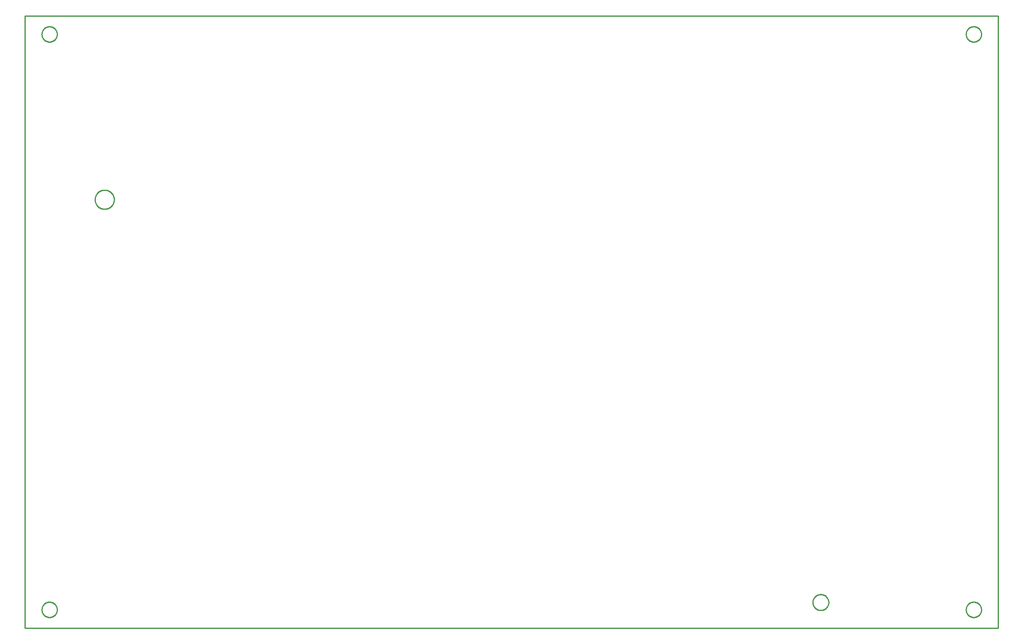
<source format=gko>
G04 EAGLE Gerber RS-274X export*
G75*
%MOMM*%
%FSLAX34Y34*%
%LPD*%
%INBoard Outline*%
%IPPOS*%
%AMOC8*
5,1,8,0,0,1.08239X$1,22.5*%
G01*
%ADD10C,0.000000*%
%ADD11C,0.254000*%


D10*
X-12700Y0D02*
X2006600Y0D01*
X2006600Y1270000D01*
X-12700Y1270000D01*
X-12700Y0D01*
X22225Y38100D02*
X22230Y38490D01*
X22244Y38879D01*
X22268Y39268D01*
X22301Y39656D01*
X22344Y40043D01*
X22397Y40429D01*
X22459Y40814D01*
X22530Y41197D01*
X22611Y41578D01*
X22701Y41957D01*
X22800Y42334D01*
X22909Y42708D01*
X23026Y43080D01*
X23153Y43448D01*
X23289Y43813D01*
X23433Y44175D01*
X23587Y44533D01*
X23749Y44887D01*
X23920Y45238D01*
X24099Y45583D01*
X24287Y45925D01*
X24484Y46261D01*
X24688Y46593D01*
X24900Y46920D01*
X25121Y47241D01*
X25349Y47557D01*
X25585Y47867D01*
X25828Y48171D01*
X26079Y48469D01*
X26337Y48761D01*
X26603Y49046D01*
X26875Y49325D01*
X27154Y49597D01*
X27439Y49863D01*
X27731Y50121D01*
X28029Y50372D01*
X28333Y50615D01*
X28643Y50851D01*
X28959Y51079D01*
X29280Y51300D01*
X29607Y51512D01*
X29939Y51716D01*
X30275Y51913D01*
X30617Y52101D01*
X30962Y52280D01*
X31313Y52451D01*
X31667Y52613D01*
X32025Y52767D01*
X32387Y52911D01*
X32752Y53047D01*
X33120Y53174D01*
X33492Y53291D01*
X33866Y53400D01*
X34243Y53499D01*
X34622Y53589D01*
X35003Y53670D01*
X35386Y53741D01*
X35771Y53803D01*
X36157Y53856D01*
X36544Y53899D01*
X36932Y53932D01*
X37321Y53956D01*
X37710Y53970D01*
X38100Y53975D01*
X38490Y53970D01*
X38879Y53956D01*
X39268Y53932D01*
X39656Y53899D01*
X40043Y53856D01*
X40429Y53803D01*
X40814Y53741D01*
X41197Y53670D01*
X41578Y53589D01*
X41957Y53499D01*
X42334Y53400D01*
X42708Y53291D01*
X43080Y53174D01*
X43448Y53047D01*
X43813Y52911D01*
X44175Y52767D01*
X44533Y52613D01*
X44887Y52451D01*
X45238Y52280D01*
X45583Y52101D01*
X45925Y51913D01*
X46261Y51716D01*
X46593Y51512D01*
X46920Y51300D01*
X47241Y51079D01*
X47557Y50851D01*
X47867Y50615D01*
X48171Y50372D01*
X48469Y50121D01*
X48761Y49863D01*
X49046Y49597D01*
X49325Y49325D01*
X49597Y49046D01*
X49863Y48761D01*
X50121Y48469D01*
X50372Y48171D01*
X50615Y47867D01*
X50851Y47557D01*
X51079Y47241D01*
X51300Y46920D01*
X51512Y46593D01*
X51716Y46261D01*
X51913Y45925D01*
X52101Y45583D01*
X52280Y45238D01*
X52451Y44887D01*
X52613Y44533D01*
X52767Y44175D01*
X52911Y43813D01*
X53047Y43448D01*
X53174Y43080D01*
X53291Y42708D01*
X53400Y42334D01*
X53499Y41957D01*
X53589Y41578D01*
X53670Y41197D01*
X53741Y40814D01*
X53803Y40429D01*
X53856Y40043D01*
X53899Y39656D01*
X53932Y39268D01*
X53956Y38879D01*
X53970Y38490D01*
X53975Y38100D01*
X53970Y37710D01*
X53956Y37321D01*
X53932Y36932D01*
X53899Y36544D01*
X53856Y36157D01*
X53803Y35771D01*
X53741Y35386D01*
X53670Y35003D01*
X53589Y34622D01*
X53499Y34243D01*
X53400Y33866D01*
X53291Y33492D01*
X53174Y33120D01*
X53047Y32752D01*
X52911Y32387D01*
X52767Y32025D01*
X52613Y31667D01*
X52451Y31313D01*
X52280Y30962D01*
X52101Y30617D01*
X51913Y30275D01*
X51716Y29939D01*
X51512Y29607D01*
X51300Y29280D01*
X51079Y28959D01*
X50851Y28643D01*
X50615Y28333D01*
X50372Y28029D01*
X50121Y27731D01*
X49863Y27439D01*
X49597Y27154D01*
X49325Y26875D01*
X49046Y26603D01*
X48761Y26337D01*
X48469Y26079D01*
X48171Y25828D01*
X47867Y25585D01*
X47557Y25349D01*
X47241Y25121D01*
X46920Y24900D01*
X46593Y24688D01*
X46261Y24484D01*
X45925Y24287D01*
X45583Y24099D01*
X45238Y23920D01*
X44887Y23749D01*
X44533Y23587D01*
X44175Y23433D01*
X43813Y23289D01*
X43448Y23153D01*
X43080Y23026D01*
X42708Y22909D01*
X42334Y22800D01*
X41957Y22701D01*
X41578Y22611D01*
X41197Y22530D01*
X40814Y22459D01*
X40429Y22397D01*
X40043Y22344D01*
X39656Y22301D01*
X39268Y22268D01*
X38879Y22244D01*
X38490Y22230D01*
X38100Y22225D01*
X37710Y22230D01*
X37321Y22244D01*
X36932Y22268D01*
X36544Y22301D01*
X36157Y22344D01*
X35771Y22397D01*
X35386Y22459D01*
X35003Y22530D01*
X34622Y22611D01*
X34243Y22701D01*
X33866Y22800D01*
X33492Y22909D01*
X33120Y23026D01*
X32752Y23153D01*
X32387Y23289D01*
X32025Y23433D01*
X31667Y23587D01*
X31313Y23749D01*
X30962Y23920D01*
X30617Y24099D01*
X30275Y24287D01*
X29939Y24484D01*
X29607Y24688D01*
X29280Y24900D01*
X28959Y25121D01*
X28643Y25349D01*
X28333Y25585D01*
X28029Y25828D01*
X27731Y26079D01*
X27439Y26337D01*
X27154Y26603D01*
X26875Y26875D01*
X26603Y27154D01*
X26337Y27439D01*
X26079Y27731D01*
X25828Y28029D01*
X25585Y28333D01*
X25349Y28643D01*
X25121Y28959D01*
X24900Y29280D01*
X24688Y29607D01*
X24484Y29939D01*
X24287Y30275D01*
X24099Y30617D01*
X23920Y30962D01*
X23749Y31313D01*
X23587Y31667D01*
X23433Y32025D01*
X23289Y32387D01*
X23153Y32752D01*
X23026Y33120D01*
X22909Y33492D01*
X22800Y33866D01*
X22701Y34243D01*
X22611Y34622D01*
X22530Y35003D01*
X22459Y35386D01*
X22397Y35771D01*
X22344Y36157D01*
X22301Y36544D01*
X22268Y36932D01*
X22244Y37321D01*
X22230Y37710D01*
X22225Y38100D01*
X22225Y1231900D02*
X22230Y1232290D01*
X22244Y1232679D01*
X22268Y1233068D01*
X22301Y1233456D01*
X22344Y1233843D01*
X22397Y1234229D01*
X22459Y1234614D01*
X22530Y1234997D01*
X22611Y1235378D01*
X22701Y1235757D01*
X22800Y1236134D01*
X22909Y1236508D01*
X23026Y1236880D01*
X23153Y1237248D01*
X23289Y1237613D01*
X23433Y1237975D01*
X23587Y1238333D01*
X23749Y1238687D01*
X23920Y1239038D01*
X24099Y1239383D01*
X24287Y1239725D01*
X24484Y1240061D01*
X24688Y1240393D01*
X24900Y1240720D01*
X25121Y1241041D01*
X25349Y1241357D01*
X25585Y1241667D01*
X25828Y1241971D01*
X26079Y1242269D01*
X26337Y1242561D01*
X26603Y1242846D01*
X26875Y1243125D01*
X27154Y1243397D01*
X27439Y1243663D01*
X27731Y1243921D01*
X28029Y1244172D01*
X28333Y1244415D01*
X28643Y1244651D01*
X28959Y1244879D01*
X29280Y1245100D01*
X29607Y1245312D01*
X29939Y1245516D01*
X30275Y1245713D01*
X30617Y1245901D01*
X30962Y1246080D01*
X31313Y1246251D01*
X31667Y1246413D01*
X32025Y1246567D01*
X32387Y1246711D01*
X32752Y1246847D01*
X33120Y1246974D01*
X33492Y1247091D01*
X33866Y1247200D01*
X34243Y1247299D01*
X34622Y1247389D01*
X35003Y1247470D01*
X35386Y1247541D01*
X35771Y1247603D01*
X36157Y1247656D01*
X36544Y1247699D01*
X36932Y1247732D01*
X37321Y1247756D01*
X37710Y1247770D01*
X38100Y1247775D01*
X38490Y1247770D01*
X38879Y1247756D01*
X39268Y1247732D01*
X39656Y1247699D01*
X40043Y1247656D01*
X40429Y1247603D01*
X40814Y1247541D01*
X41197Y1247470D01*
X41578Y1247389D01*
X41957Y1247299D01*
X42334Y1247200D01*
X42708Y1247091D01*
X43080Y1246974D01*
X43448Y1246847D01*
X43813Y1246711D01*
X44175Y1246567D01*
X44533Y1246413D01*
X44887Y1246251D01*
X45238Y1246080D01*
X45583Y1245901D01*
X45925Y1245713D01*
X46261Y1245516D01*
X46593Y1245312D01*
X46920Y1245100D01*
X47241Y1244879D01*
X47557Y1244651D01*
X47867Y1244415D01*
X48171Y1244172D01*
X48469Y1243921D01*
X48761Y1243663D01*
X49046Y1243397D01*
X49325Y1243125D01*
X49597Y1242846D01*
X49863Y1242561D01*
X50121Y1242269D01*
X50372Y1241971D01*
X50615Y1241667D01*
X50851Y1241357D01*
X51079Y1241041D01*
X51300Y1240720D01*
X51512Y1240393D01*
X51716Y1240061D01*
X51913Y1239725D01*
X52101Y1239383D01*
X52280Y1239038D01*
X52451Y1238687D01*
X52613Y1238333D01*
X52767Y1237975D01*
X52911Y1237613D01*
X53047Y1237248D01*
X53174Y1236880D01*
X53291Y1236508D01*
X53400Y1236134D01*
X53499Y1235757D01*
X53589Y1235378D01*
X53670Y1234997D01*
X53741Y1234614D01*
X53803Y1234229D01*
X53856Y1233843D01*
X53899Y1233456D01*
X53932Y1233068D01*
X53956Y1232679D01*
X53970Y1232290D01*
X53975Y1231900D01*
X53970Y1231510D01*
X53956Y1231121D01*
X53932Y1230732D01*
X53899Y1230344D01*
X53856Y1229957D01*
X53803Y1229571D01*
X53741Y1229186D01*
X53670Y1228803D01*
X53589Y1228422D01*
X53499Y1228043D01*
X53400Y1227666D01*
X53291Y1227292D01*
X53174Y1226920D01*
X53047Y1226552D01*
X52911Y1226187D01*
X52767Y1225825D01*
X52613Y1225467D01*
X52451Y1225113D01*
X52280Y1224762D01*
X52101Y1224417D01*
X51913Y1224075D01*
X51716Y1223739D01*
X51512Y1223407D01*
X51300Y1223080D01*
X51079Y1222759D01*
X50851Y1222443D01*
X50615Y1222133D01*
X50372Y1221829D01*
X50121Y1221531D01*
X49863Y1221239D01*
X49597Y1220954D01*
X49325Y1220675D01*
X49046Y1220403D01*
X48761Y1220137D01*
X48469Y1219879D01*
X48171Y1219628D01*
X47867Y1219385D01*
X47557Y1219149D01*
X47241Y1218921D01*
X46920Y1218700D01*
X46593Y1218488D01*
X46261Y1218284D01*
X45925Y1218087D01*
X45583Y1217899D01*
X45238Y1217720D01*
X44887Y1217549D01*
X44533Y1217387D01*
X44175Y1217233D01*
X43813Y1217089D01*
X43448Y1216953D01*
X43080Y1216826D01*
X42708Y1216709D01*
X42334Y1216600D01*
X41957Y1216501D01*
X41578Y1216411D01*
X41197Y1216330D01*
X40814Y1216259D01*
X40429Y1216197D01*
X40043Y1216144D01*
X39656Y1216101D01*
X39268Y1216068D01*
X38879Y1216044D01*
X38490Y1216030D01*
X38100Y1216025D01*
X37710Y1216030D01*
X37321Y1216044D01*
X36932Y1216068D01*
X36544Y1216101D01*
X36157Y1216144D01*
X35771Y1216197D01*
X35386Y1216259D01*
X35003Y1216330D01*
X34622Y1216411D01*
X34243Y1216501D01*
X33866Y1216600D01*
X33492Y1216709D01*
X33120Y1216826D01*
X32752Y1216953D01*
X32387Y1217089D01*
X32025Y1217233D01*
X31667Y1217387D01*
X31313Y1217549D01*
X30962Y1217720D01*
X30617Y1217899D01*
X30275Y1218087D01*
X29939Y1218284D01*
X29607Y1218488D01*
X29280Y1218700D01*
X28959Y1218921D01*
X28643Y1219149D01*
X28333Y1219385D01*
X28029Y1219628D01*
X27731Y1219879D01*
X27439Y1220137D01*
X27154Y1220403D01*
X26875Y1220675D01*
X26603Y1220954D01*
X26337Y1221239D01*
X26079Y1221531D01*
X25828Y1221829D01*
X25585Y1222133D01*
X25349Y1222443D01*
X25121Y1222759D01*
X24900Y1223080D01*
X24688Y1223407D01*
X24484Y1223739D01*
X24287Y1224075D01*
X24099Y1224417D01*
X23920Y1224762D01*
X23749Y1225113D01*
X23587Y1225467D01*
X23433Y1225825D01*
X23289Y1226187D01*
X23153Y1226552D01*
X23026Y1226920D01*
X22909Y1227292D01*
X22800Y1227666D01*
X22701Y1228043D01*
X22611Y1228422D01*
X22530Y1228803D01*
X22459Y1229186D01*
X22397Y1229571D01*
X22344Y1229957D01*
X22301Y1230344D01*
X22268Y1230732D01*
X22244Y1231121D01*
X22230Y1231510D01*
X22225Y1231900D01*
X1939925Y1231900D02*
X1939930Y1232290D01*
X1939944Y1232679D01*
X1939968Y1233068D01*
X1940001Y1233456D01*
X1940044Y1233843D01*
X1940097Y1234229D01*
X1940159Y1234614D01*
X1940230Y1234997D01*
X1940311Y1235378D01*
X1940401Y1235757D01*
X1940500Y1236134D01*
X1940609Y1236508D01*
X1940726Y1236880D01*
X1940853Y1237248D01*
X1940989Y1237613D01*
X1941133Y1237975D01*
X1941287Y1238333D01*
X1941449Y1238687D01*
X1941620Y1239038D01*
X1941799Y1239383D01*
X1941987Y1239725D01*
X1942184Y1240061D01*
X1942388Y1240393D01*
X1942600Y1240720D01*
X1942821Y1241041D01*
X1943049Y1241357D01*
X1943285Y1241667D01*
X1943528Y1241971D01*
X1943779Y1242269D01*
X1944037Y1242561D01*
X1944303Y1242846D01*
X1944575Y1243125D01*
X1944854Y1243397D01*
X1945139Y1243663D01*
X1945431Y1243921D01*
X1945729Y1244172D01*
X1946033Y1244415D01*
X1946343Y1244651D01*
X1946659Y1244879D01*
X1946980Y1245100D01*
X1947307Y1245312D01*
X1947639Y1245516D01*
X1947975Y1245713D01*
X1948317Y1245901D01*
X1948662Y1246080D01*
X1949013Y1246251D01*
X1949367Y1246413D01*
X1949725Y1246567D01*
X1950087Y1246711D01*
X1950452Y1246847D01*
X1950820Y1246974D01*
X1951192Y1247091D01*
X1951566Y1247200D01*
X1951943Y1247299D01*
X1952322Y1247389D01*
X1952703Y1247470D01*
X1953086Y1247541D01*
X1953471Y1247603D01*
X1953857Y1247656D01*
X1954244Y1247699D01*
X1954632Y1247732D01*
X1955021Y1247756D01*
X1955410Y1247770D01*
X1955800Y1247775D01*
X1956190Y1247770D01*
X1956579Y1247756D01*
X1956968Y1247732D01*
X1957356Y1247699D01*
X1957743Y1247656D01*
X1958129Y1247603D01*
X1958514Y1247541D01*
X1958897Y1247470D01*
X1959278Y1247389D01*
X1959657Y1247299D01*
X1960034Y1247200D01*
X1960408Y1247091D01*
X1960780Y1246974D01*
X1961148Y1246847D01*
X1961513Y1246711D01*
X1961875Y1246567D01*
X1962233Y1246413D01*
X1962587Y1246251D01*
X1962938Y1246080D01*
X1963283Y1245901D01*
X1963625Y1245713D01*
X1963961Y1245516D01*
X1964293Y1245312D01*
X1964620Y1245100D01*
X1964941Y1244879D01*
X1965257Y1244651D01*
X1965567Y1244415D01*
X1965871Y1244172D01*
X1966169Y1243921D01*
X1966461Y1243663D01*
X1966746Y1243397D01*
X1967025Y1243125D01*
X1967297Y1242846D01*
X1967563Y1242561D01*
X1967821Y1242269D01*
X1968072Y1241971D01*
X1968315Y1241667D01*
X1968551Y1241357D01*
X1968779Y1241041D01*
X1969000Y1240720D01*
X1969212Y1240393D01*
X1969416Y1240061D01*
X1969613Y1239725D01*
X1969801Y1239383D01*
X1969980Y1239038D01*
X1970151Y1238687D01*
X1970313Y1238333D01*
X1970467Y1237975D01*
X1970611Y1237613D01*
X1970747Y1237248D01*
X1970874Y1236880D01*
X1970991Y1236508D01*
X1971100Y1236134D01*
X1971199Y1235757D01*
X1971289Y1235378D01*
X1971370Y1234997D01*
X1971441Y1234614D01*
X1971503Y1234229D01*
X1971556Y1233843D01*
X1971599Y1233456D01*
X1971632Y1233068D01*
X1971656Y1232679D01*
X1971670Y1232290D01*
X1971675Y1231900D01*
X1971670Y1231510D01*
X1971656Y1231121D01*
X1971632Y1230732D01*
X1971599Y1230344D01*
X1971556Y1229957D01*
X1971503Y1229571D01*
X1971441Y1229186D01*
X1971370Y1228803D01*
X1971289Y1228422D01*
X1971199Y1228043D01*
X1971100Y1227666D01*
X1970991Y1227292D01*
X1970874Y1226920D01*
X1970747Y1226552D01*
X1970611Y1226187D01*
X1970467Y1225825D01*
X1970313Y1225467D01*
X1970151Y1225113D01*
X1969980Y1224762D01*
X1969801Y1224417D01*
X1969613Y1224075D01*
X1969416Y1223739D01*
X1969212Y1223407D01*
X1969000Y1223080D01*
X1968779Y1222759D01*
X1968551Y1222443D01*
X1968315Y1222133D01*
X1968072Y1221829D01*
X1967821Y1221531D01*
X1967563Y1221239D01*
X1967297Y1220954D01*
X1967025Y1220675D01*
X1966746Y1220403D01*
X1966461Y1220137D01*
X1966169Y1219879D01*
X1965871Y1219628D01*
X1965567Y1219385D01*
X1965257Y1219149D01*
X1964941Y1218921D01*
X1964620Y1218700D01*
X1964293Y1218488D01*
X1963961Y1218284D01*
X1963625Y1218087D01*
X1963283Y1217899D01*
X1962938Y1217720D01*
X1962587Y1217549D01*
X1962233Y1217387D01*
X1961875Y1217233D01*
X1961513Y1217089D01*
X1961148Y1216953D01*
X1960780Y1216826D01*
X1960408Y1216709D01*
X1960034Y1216600D01*
X1959657Y1216501D01*
X1959278Y1216411D01*
X1958897Y1216330D01*
X1958514Y1216259D01*
X1958129Y1216197D01*
X1957743Y1216144D01*
X1957356Y1216101D01*
X1956968Y1216068D01*
X1956579Y1216044D01*
X1956190Y1216030D01*
X1955800Y1216025D01*
X1955410Y1216030D01*
X1955021Y1216044D01*
X1954632Y1216068D01*
X1954244Y1216101D01*
X1953857Y1216144D01*
X1953471Y1216197D01*
X1953086Y1216259D01*
X1952703Y1216330D01*
X1952322Y1216411D01*
X1951943Y1216501D01*
X1951566Y1216600D01*
X1951192Y1216709D01*
X1950820Y1216826D01*
X1950452Y1216953D01*
X1950087Y1217089D01*
X1949725Y1217233D01*
X1949367Y1217387D01*
X1949013Y1217549D01*
X1948662Y1217720D01*
X1948317Y1217899D01*
X1947975Y1218087D01*
X1947639Y1218284D01*
X1947307Y1218488D01*
X1946980Y1218700D01*
X1946659Y1218921D01*
X1946343Y1219149D01*
X1946033Y1219385D01*
X1945729Y1219628D01*
X1945431Y1219879D01*
X1945139Y1220137D01*
X1944854Y1220403D01*
X1944575Y1220675D01*
X1944303Y1220954D01*
X1944037Y1221239D01*
X1943779Y1221531D01*
X1943528Y1221829D01*
X1943285Y1222133D01*
X1943049Y1222443D01*
X1942821Y1222759D01*
X1942600Y1223080D01*
X1942388Y1223407D01*
X1942184Y1223739D01*
X1941987Y1224075D01*
X1941799Y1224417D01*
X1941620Y1224762D01*
X1941449Y1225113D01*
X1941287Y1225467D01*
X1941133Y1225825D01*
X1940989Y1226187D01*
X1940853Y1226552D01*
X1940726Y1226920D01*
X1940609Y1227292D01*
X1940500Y1227666D01*
X1940401Y1228043D01*
X1940311Y1228422D01*
X1940230Y1228803D01*
X1940159Y1229186D01*
X1940097Y1229571D01*
X1940044Y1229957D01*
X1940001Y1230344D01*
X1939968Y1230732D01*
X1939944Y1231121D01*
X1939930Y1231510D01*
X1939925Y1231900D01*
X1939925Y38100D02*
X1939930Y38490D01*
X1939944Y38879D01*
X1939968Y39268D01*
X1940001Y39656D01*
X1940044Y40043D01*
X1940097Y40429D01*
X1940159Y40814D01*
X1940230Y41197D01*
X1940311Y41578D01*
X1940401Y41957D01*
X1940500Y42334D01*
X1940609Y42708D01*
X1940726Y43080D01*
X1940853Y43448D01*
X1940989Y43813D01*
X1941133Y44175D01*
X1941287Y44533D01*
X1941449Y44887D01*
X1941620Y45238D01*
X1941799Y45583D01*
X1941987Y45925D01*
X1942184Y46261D01*
X1942388Y46593D01*
X1942600Y46920D01*
X1942821Y47241D01*
X1943049Y47557D01*
X1943285Y47867D01*
X1943528Y48171D01*
X1943779Y48469D01*
X1944037Y48761D01*
X1944303Y49046D01*
X1944575Y49325D01*
X1944854Y49597D01*
X1945139Y49863D01*
X1945431Y50121D01*
X1945729Y50372D01*
X1946033Y50615D01*
X1946343Y50851D01*
X1946659Y51079D01*
X1946980Y51300D01*
X1947307Y51512D01*
X1947639Y51716D01*
X1947975Y51913D01*
X1948317Y52101D01*
X1948662Y52280D01*
X1949013Y52451D01*
X1949367Y52613D01*
X1949725Y52767D01*
X1950087Y52911D01*
X1950452Y53047D01*
X1950820Y53174D01*
X1951192Y53291D01*
X1951566Y53400D01*
X1951943Y53499D01*
X1952322Y53589D01*
X1952703Y53670D01*
X1953086Y53741D01*
X1953471Y53803D01*
X1953857Y53856D01*
X1954244Y53899D01*
X1954632Y53932D01*
X1955021Y53956D01*
X1955410Y53970D01*
X1955800Y53975D01*
X1956190Y53970D01*
X1956579Y53956D01*
X1956968Y53932D01*
X1957356Y53899D01*
X1957743Y53856D01*
X1958129Y53803D01*
X1958514Y53741D01*
X1958897Y53670D01*
X1959278Y53589D01*
X1959657Y53499D01*
X1960034Y53400D01*
X1960408Y53291D01*
X1960780Y53174D01*
X1961148Y53047D01*
X1961513Y52911D01*
X1961875Y52767D01*
X1962233Y52613D01*
X1962587Y52451D01*
X1962938Y52280D01*
X1963283Y52101D01*
X1963625Y51913D01*
X1963961Y51716D01*
X1964293Y51512D01*
X1964620Y51300D01*
X1964941Y51079D01*
X1965257Y50851D01*
X1965567Y50615D01*
X1965871Y50372D01*
X1966169Y50121D01*
X1966461Y49863D01*
X1966746Y49597D01*
X1967025Y49325D01*
X1967297Y49046D01*
X1967563Y48761D01*
X1967821Y48469D01*
X1968072Y48171D01*
X1968315Y47867D01*
X1968551Y47557D01*
X1968779Y47241D01*
X1969000Y46920D01*
X1969212Y46593D01*
X1969416Y46261D01*
X1969613Y45925D01*
X1969801Y45583D01*
X1969980Y45238D01*
X1970151Y44887D01*
X1970313Y44533D01*
X1970467Y44175D01*
X1970611Y43813D01*
X1970747Y43448D01*
X1970874Y43080D01*
X1970991Y42708D01*
X1971100Y42334D01*
X1971199Y41957D01*
X1971289Y41578D01*
X1971370Y41197D01*
X1971441Y40814D01*
X1971503Y40429D01*
X1971556Y40043D01*
X1971599Y39656D01*
X1971632Y39268D01*
X1971656Y38879D01*
X1971670Y38490D01*
X1971675Y38100D01*
X1971670Y37710D01*
X1971656Y37321D01*
X1971632Y36932D01*
X1971599Y36544D01*
X1971556Y36157D01*
X1971503Y35771D01*
X1971441Y35386D01*
X1971370Y35003D01*
X1971289Y34622D01*
X1971199Y34243D01*
X1971100Y33866D01*
X1970991Y33492D01*
X1970874Y33120D01*
X1970747Y32752D01*
X1970611Y32387D01*
X1970467Y32025D01*
X1970313Y31667D01*
X1970151Y31313D01*
X1969980Y30962D01*
X1969801Y30617D01*
X1969613Y30275D01*
X1969416Y29939D01*
X1969212Y29607D01*
X1969000Y29280D01*
X1968779Y28959D01*
X1968551Y28643D01*
X1968315Y28333D01*
X1968072Y28029D01*
X1967821Y27731D01*
X1967563Y27439D01*
X1967297Y27154D01*
X1967025Y26875D01*
X1966746Y26603D01*
X1966461Y26337D01*
X1966169Y26079D01*
X1965871Y25828D01*
X1965567Y25585D01*
X1965257Y25349D01*
X1964941Y25121D01*
X1964620Y24900D01*
X1964293Y24688D01*
X1963961Y24484D01*
X1963625Y24287D01*
X1963283Y24099D01*
X1962938Y23920D01*
X1962587Y23749D01*
X1962233Y23587D01*
X1961875Y23433D01*
X1961513Y23289D01*
X1961148Y23153D01*
X1960780Y23026D01*
X1960408Y22909D01*
X1960034Y22800D01*
X1959657Y22701D01*
X1959278Y22611D01*
X1958897Y22530D01*
X1958514Y22459D01*
X1958129Y22397D01*
X1957743Y22344D01*
X1957356Y22301D01*
X1956968Y22268D01*
X1956579Y22244D01*
X1956190Y22230D01*
X1955800Y22225D01*
X1955410Y22230D01*
X1955021Y22244D01*
X1954632Y22268D01*
X1954244Y22301D01*
X1953857Y22344D01*
X1953471Y22397D01*
X1953086Y22459D01*
X1952703Y22530D01*
X1952322Y22611D01*
X1951943Y22701D01*
X1951566Y22800D01*
X1951192Y22909D01*
X1950820Y23026D01*
X1950452Y23153D01*
X1950087Y23289D01*
X1949725Y23433D01*
X1949367Y23587D01*
X1949013Y23749D01*
X1948662Y23920D01*
X1948317Y24099D01*
X1947975Y24287D01*
X1947639Y24484D01*
X1947307Y24688D01*
X1946980Y24900D01*
X1946659Y25121D01*
X1946343Y25349D01*
X1946033Y25585D01*
X1945729Y25828D01*
X1945431Y26079D01*
X1945139Y26337D01*
X1944854Y26603D01*
X1944575Y26875D01*
X1944303Y27154D01*
X1944037Y27439D01*
X1943779Y27731D01*
X1943528Y28029D01*
X1943285Y28333D01*
X1943049Y28643D01*
X1942821Y28959D01*
X1942600Y29280D01*
X1942388Y29607D01*
X1942184Y29939D01*
X1941987Y30275D01*
X1941799Y30617D01*
X1941620Y30962D01*
X1941449Y31313D01*
X1941287Y31667D01*
X1941133Y32025D01*
X1940989Y32387D01*
X1940853Y32752D01*
X1940726Y33120D01*
X1940609Y33492D01*
X1940500Y33866D01*
X1940401Y34243D01*
X1940311Y34622D01*
X1940230Y35003D01*
X1940159Y35386D01*
X1940097Y35771D01*
X1940044Y36157D01*
X1940001Y36544D01*
X1939968Y36932D01*
X1939944Y37321D01*
X1939930Y37710D01*
X1939925Y38100D01*
X1621790Y53340D02*
X1621795Y53745D01*
X1621810Y54150D01*
X1621835Y54555D01*
X1621870Y54958D01*
X1621914Y55361D01*
X1621969Y55763D01*
X1622033Y56163D01*
X1622107Y56561D01*
X1622191Y56957D01*
X1622285Y57352D01*
X1622388Y57743D01*
X1622501Y58133D01*
X1622623Y58519D01*
X1622755Y58902D01*
X1622896Y59282D01*
X1623047Y59658D01*
X1623206Y60031D01*
X1623375Y60399D01*
X1623553Y60763D01*
X1623739Y61123D01*
X1623935Y61478D01*
X1624139Y61828D01*
X1624351Y62173D01*
X1624572Y62512D01*
X1624802Y62847D01*
X1625039Y63175D01*
X1625284Y63497D01*
X1625538Y63814D01*
X1625798Y64124D01*
X1626067Y64427D01*
X1626343Y64724D01*
X1626626Y65014D01*
X1626916Y65297D01*
X1627213Y65573D01*
X1627516Y65842D01*
X1627826Y66102D01*
X1628143Y66356D01*
X1628465Y66601D01*
X1628793Y66838D01*
X1629128Y67068D01*
X1629467Y67289D01*
X1629812Y67501D01*
X1630162Y67705D01*
X1630517Y67901D01*
X1630877Y68087D01*
X1631241Y68265D01*
X1631609Y68434D01*
X1631982Y68593D01*
X1632358Y68744D01*
X1632738Y68885D01*
X1633121Y69017D01*
X1633507Y69139D01*
X1633897Y69252D01*
X1634288Y69355D01*
X1634683Y69449D01*
X1635079Y69533D01*
X1635477Y69607D01*
X1635877Y69671D01*
X1636279Y69726D01*
X1636682Y69770D01*
X1637085Y69805D01*
X1637490Y69830D01*
X1637895Y69845D01*
X1638300Y69850D01*
X1638705Y69845D01*
X1639110Y69830D01*
X1639515Y69805D01*
X1639918Y69770D01*
X1640321Y69726D01*
X1640723Y69671D01*
X1641123Y69607D01*
X1641521Y69533D01*
X1641917Y69449D01*
X1642312Y69355D01*
X1642703Y69252D01*
X1643093Y69139D01*
X1643479Y69017D01*
X1643862Y68885D01*
X1644242Y68744D01*
X1644618Y68593D01*
X1644991Y68434D01*
X1645359Y68265D01*
X1645723Y68087D01*
X1646083Y67901D01*
X1646438Y67705D01*
X1646788Y67501D01*
X1647133Y67289D01*
X1647472Y67068D01*
X1647807Y66838D01*
X1648135Y66601D01*
X1648457Y66356D01*
X1648774Y66102D01*
X1649084Y65842D01*
X1649387Y65573D01*
X1649684Y65297D01*
X1649974Y65014D01*
X1650257Y64724D01*
X1650533Y64427D01*
X1650802Y64124D01*
X1651062Y63814D01*
X1651316Y63497D01*
X1651561Y63175D01*
X1651798Y62847D01*
X1652028Y62512D01*
X1652249Y62173D01*
X1652461Y61828D01*
X1652665Y61478D01*
X1652861Y61123D01*
X1653047Y60763D01*
X1653225Y60399D01*
X1653394Y60031D01*
X1653553Y59658D01*
X1653704Y59282D01*
X1653845Y58902D01*
X1653977Y58519D01*
X1654099Y58133D01*
X1654212Y57743D01*
X1654315Y57352D01*
X1654409Y56957D01*
X1654493Y56561D01*
X1654567Y56163D01*
X1654631Y55763D01*
X1654686Y55361D01*
X1654730Y54958D01*
X1654765Y54555D01*
X1654790Y54150D01*
X1654805Y53745D01*
X1654810Y53340D01*
X1654805Y52935D01*
X1654790Y52530D01*
X1654765Y52125D01*
X1654730Y51722D01*
X1654686Y51319D01*
X1654631Y50917D01*
X1654567Y50517D01*
X1654493Y50119D01*
X1654409Y49723D01*
X1654315Y49328D01*
X1654212Y48937D01*
X1654099Y48547D01*
X1653977Y48161D01*
X1653845Y47778D01*
X1653704Y47398D01*
X1653553Y47022D01*
X1653394Y46649D01*
X1653225Y46281D01*
X1653047Y45917D01*
X1652861Y45557D01*
X1652665Y45202D01*
X1652461Y44852D01*
X1652249Y44507D01*
X1652028Y44168D01*
X1651798Y43833D01*
X1651561Y43505D01*
X1651316Y43183D01*
X1651062Y42866D01*
X1650802Y42556D01*
X1650533Y42253D01*
X1650257Y41956D01*
X1649974Y41666D01*
X1649684Y41383D01*
X1649387Y41107D01*
X1649084Y40838D01*
X1648774Y40578D01*
X1648457Y40324D01*
X1648135Y40079D01*
X1647807Y39842D01*
X1647472Y39612D01*
X1647133Y39391D01*
X1646788Y39179D01*
X1646438Y38975D01*
X1646083Y38779D01*
X1645723Y38593D01*
X1645359Y38415D01*
X1644991Y38246D01*
X1644618Y38087D01*
X1644242Y37936D01*
X1643862Y37795D01*
X1643479Y37663D01*
X1643093Y37541D01*
X1642703Y37428D01*
X1642312Y37325D01*
X1641917Y37231D01*
X1641521Y37147D01*
X1641123Y37073D01*
X1640723Y37009D01*
X1640321Y36954D01*
X1639918Y36910D01*
X1639515Y36875D01*
X1639110Y36850D01*
X1638705Y36835D01*
X1638300Y36830D01*
X1637895Y36835D01*
X1637490Y36850D01*
X1637085Y36875D01*
X1636682Y36910D01*
X1636279Y36954D01*
X1635877Y37009D01*
X1635477Y37073D01*
X1635079Y37147D01*
X1634683Y37231D01*
X1634288Y37325D01*
X1633897Y37428D01*
X1633507Y37541D01*
X1633121Y37663D01*
X1632738Y37795D01*
X1632358Y37936D01*
X1631982Y38087D01*
X1631609Y38246D01*
X1631241Y38415D01*
X1630877Y38593D01*
X1630517Y38779D01*
X1630162Y38975D01*
X1629812Y39179D01*
X1629467Y39391D01*
X1629128Y39612D01*
X1628793Y39842D01*
X1628465Y40079D01*
X1628143Y40324D01*
X1627826Y40578D01*
X1627516Y40838D01*
X1627213Y41107D01*
X1626916Y41383D01*
X1626626Y41666D01*
X1626343Y41956D01*
X1626067Y42253D01*
X1625798Y42556D01*
X1625538Y42866D01*
X1625284Y43183D01*
X1625039Y43505D01*
X1624802Y43833D01*
X1624572Y44168D01*
X1624351Y44507D01*
X1624139Y44852D01*
X1623935Y45202D01*
X1623739Y45557D01*
X1623553Y45917D01*
X1623375Y46281D01*
X1623206Y46649D01*
X1623047Y47022D01*
X1622896Y47398D01*
X1622755Y47778D01*
X1622623Y48161D01*
X1622501Y48547D01*
X1622388Y48937D01*
X1622285Y49328D01*
X1622191Y49723D01*
X1622107Y50119D01*
X1622033Y50517D01*
X1621969Y50917D01*
X1621914Y51319D01*
X1621870Y51722D01*
X1621835Y52125D01*
X1621810Y52530D01*
X1621795Y52935D01*
X1621790Y53340D01*
X132588Y889000D02*
X132594Y889486D01*
X132612Y889972D01*
X132642Y890457D01*
X132683Y890942D01*
X132737Y891425D01*
X132802Y891907D01*
X132880Y892387D01*
X132969Y892865D01*
X133069Y893341D01*
X133182Y893814D01*
X133306Y894284D01*
X133441Y894751D01*
X133588Y895215D01*
X133746Y895674D01*
X133916Y896130D01*
X134096Y896582D01*
X134288Y897029D01*
X134490Y897471D01*
X134703Y897908D01*
X134927Y898339D01*
X135162Y898765D01*
X135407Y899185D01*
X135662Y899599D01*
X135927Y900007D01*
X136202Y900408D01*
X136487Y900802D01*
X136781Y901189D01*
X137085Y901569D01*
X137398Y901941D01*
X137720Y902305D01*
X138051Y902661D01*
X138391Y903009D01*
X138739Y903349D01*
X139095Y903680D01*
X139459Y904002D01*
X139831Y904315D01*
X140211Y904619D01*
X140598Y904913D01*
X140992Y905198D01*
X141393Y905473D01*
X141801Y905738D01*
X142215Y905993D01*
X142635Y906238D01*
X143061Y906473D01*
X143492Y906697D01*
X143929Y906910D01*
X144371Y907112D01*
X144818Y907304D01*
X145270Y907484D01*
X145726Y907654D01*
X146185Y907812D01*
X146649Y907959D01*
X147116Y908094D01*
X147586Y908218D01*
X148059Y908331D01*
X148535Y908431D01*
X149013Y908520D01*
X149493Y908598D01*
X149975Y908663D01*
X150458Y908717D01*
X150943Y908758D01*
X151428Y908788D01*
X151914Y908806D01*
X152400Y908812D01*
X152886Y908806D01*
X153372Y908788D01*
X153857Y908758D01*
X154342Y908717D01*
X154825Y908663D01*
X155307Y908598D01*
X155787Y908520D01*
X156265Y908431D01*
X156741Y908331D01*
X157214Y908218D01*
X157684Y908094D01*
X158151Y907959D01*
X158615Y907812D01*
X159074Y907654D01*
X159530Y907484D01*
X159982Y907304D01*
X160429Y907112D01*
X160871Y906910D01*
X161308Y906697D01*
X161739Y906473D01*
X162165Y906238D01*
X162585Y905993D01*
X162999Y905738D01*
X163407Y905473D01*
X163808Y905198D01*
X164202Y904913D01*
X164589Y904619D01*
X164969Y904315D01*
X165341Y904002D01*
X165705Y903680D01*
X166061Y903349D01*
X166409Y903009D01*
X166749Y902661D01*
X167080Y902305D01*
X167402Y901941D01*
X167715Y901569D01*
X168019Y901189D01*
X168313Y900802D01*
X168598Y900408D01*
X168873Y900007D01*
X169138Y899599D01*
X169393Y899185D01*
X169638Y898765D01*
X169873Y898339D01*
X170097Y897908D01*
X170310Y897471D01*
X170512Y897029D01*
X170704Y896582D01*
X170884Y896130D01*
X171054Y895674D01*
X171212Y895215D01*
X171359Y894751D01*
X171494Y894284D01*
X171618Y893814D01*
X171731Y893341D01*
X171831Y892865D01*
X171920Y892387D01*
X171998Y891907D01*
X172063Y891425D01*
X172117Y890942D01*
X172158Y890457D01*
X172188Y889972D01*
X172206Y889486D01*
X172212Y889000D01*
X172206Y888514D01*
X172188Y888028D01*
X172158Y887543D01*
X172117Y887058D01*
X172063Y886575D01*
X171998Y886093D01*
X171920Y885613D01*
X171831Y885135D01*
X171731Y884659D01*
X171618Y884186D01*
X171494Y883716D01*
X171359Y883249D01*
X171212Y882785D01*
X171054Y882326D01*
X170884Y881870D01*
X170704Y881418D01*
X170512Y880971D01*
X170310Y880529D01*
X170097Y880092D01*
X169873Y879661D01*
X169638Y879235D01*
X169393Y878815D01*
X169138Y878401D01*
X168873Y877993D01*
X168598Y877592D01*
X168313Y877198D01*
X168019Y876811D01*
X167715Y876431D01*
X167402Y876059D01*
X167080Y875695D01*
X166749Y875339D01*
X166409Y874991D01*
X166061Y874651D01*
X165705Y874320D01*
X165341Y873998D01*
X164969Y873685D01*
X164589Y873381D01*
X164202Y873087D01*
X163808Y872802D01*
X163407Y872527D01*
X162999Y872262D01*
X162585Y872007D01*
X162165Y871762D01*
X161739Y871527D01*
X161308Y871303D01*
X160871Y871090D01*
X160429Y870888D01*
X159982Y870696D01*
X159530Y870516D01*
X159074Y870346D01*
X158615Y870188D01*
X158151Y870041D01*
X157684Y869906D01*
X157214Y869782D01*
X156741Y869669D01*
X156265Y869569D01*
X155787Y869480D01*
X155307Y869402D01*
X154825Y869337D01*
X154342Y869283D01*
X153857Y869242D01*
X153372Y869212D01*
X152886Y869194D01*
X152400Y869188D01*
X151914Y869194D01*
X151428Y869212D01*
X150943Y869242D01*
X150458Y869283D01*
X149975Y869337D01*
X149493Y869402D01*
X149013Y869480D01*
X148535Y869569D01*
X148059Y869669D01*
X147586Y869782D01*
X147116Y869906D01*
X146649Y870041D01*
X146185Y870188D01*
X145726Y870346D01*
X145270Y870516D01*
X144818Y870696D01*
X144371Y870888D01*
X143929Y871090D01*
X143492Y871303D01*
X143061Y871527D01*
X142635Y871762D01*
X142215Y872007D01*
X141801Y872262D01*
X141393Y872527D01*
X140992Y872802D01*
X140598Y873087D01*
X140211Y873381D01*
X139831Y873685D01*
X139459Y873998D01*
X139095Y874320D01*
X138739Y874651D01*
X138391Y874991D01*
X138051Y875339D01*
X137720Y875695D01*
X137398Y876059D01*
X137085Y876431D01*
X136781Y876811D01*
X136487Y877198D01*
X136202Y877592D01*
X135927Y877993D01*
X135662Y878401D01*
X135407Y878815D01*
X135162Y879235D01*
X134927Y879661D01*
X134703Y880092D01*
X134490Y880529D01*
X134288Y880971D01*
X134096Y881418D01*
X133916Y881870D01*
X133746Y882326D01*
X133588Y882785D01*
X133441Y883249D01*
X133306Y883716D01*
X133182Y884186D01*
X133069Y884659D01*
X132969Y885135D01*
X132880Y885613D01*
X132802Y886093D01*
X132737Y886575D01*
X132683Y887058D01*
X132642Y887543D01*
X132612Y888028D01*
X132594Y888514D01*
X132588Y889000D01*
D11*
X-12700Y0D02*
X2006600Y0D01*
X2006600Y1270000D01*
X-12700Y1270000D01*
X-12700Y0D01*
X53975Y37580D02*
X53907Y36543D01*
X53771Y35513D01*
X53569Y34493D01*
X53300Y33489D01*
X52965Y32505D01*
X52568Y31545D01*
X52108Y30613D01*
X51588Y29712D01*
X51011Y28848D01*
X50378Y28024D01*
X49693Y27242D01*
X48958Y26507D01*
X48176Y25822D01*
X47352Y25189D01*
X46488Y24612D01*
X45587Y24092D01*
X44655Y23632D01*
X43695Y23235D01*
X42711Y22900D01*
X41707Y22631D01*
X40687Y22429D01*
X39657Y22293D01*
X38620Y22225D01*
X37580Y22225D01*
X36543Y22293D01*
X35513Y22429D01*
X34493Y22631D01*
X33489Y22900D01*
X32505Y23235D01*
X31545Y23632D01*
X30613Y24092D01*
X29712Y24612D01*
X28848Y25189D01*
X28024Y25822D01*
X27242Y26507D01*
X26507Y27242D01*
X25822Y28024D01*
X25189Y28848D01*
X24612Y29712D01*
X24092Y30613D01*
X23632Y31545D01*
X23235Y32505D01*
X22900Y33489D01*
X22631Y34493D01*
X22429Y35513D01*
X22293Y36543D01*
X22225Y37580D01*
X22225Y38620D01*
X22293Y39657D01*
X22429Y40687D01*
X22631Y41707D01*
X22900Y42711D01*
X23235Y43695D01*
X23632Y44655D01*
X24092Y45587D01*
X24612Y46488D01*
X25189Y47352D01*
X25822Y48176D01*
X26507Y48958D01*
X27242Y49693D01*
X28024Y50378D01*
X28848Y51011D01*
X29712Y51588D01*
X30613Y52108D01*
X31545Y52568D01*
X32505Y52965D01*
X33489Y53300D01*
X34493Y53569D01*
X35513Y53771D01*
X36543Y53907D01*
X37580Y53975D01*
X38620Y53975D01*
X39657Y53907D01*
X40687Y53771D01*
X41707Y53569D01*
X42711Y53300D01*
X43695Y52965D01*
X44655Y52568D01*
X45587Y52108D01*
X46488Y51588D01*
X47352Y51011D01*
X48176Y50378D01*
X48958Y49693D01*
X49693Y48958D01*
X50378Y48176D01*
X51011Y47352D01*
X51588Y46488D01*
X52108Y45587D01*
X52568Y44655D01*
X52965Y43695D01*
X53300Y42711D01*
X53569Y41707D01*
X53771Y40687D01*
X53907Y39657D01*
X53975Y38620D01*
X53975Y37580D01*
X53975Y1231380D02*
X53907Y1230343D01*
X53771Y1229313D01*
X53569Y1228293D01*
X53300Y1227289D01*
X52965Y1226305D01*
X52568Y1225345D01*
X52108Y1224413D01*
X51588Y1223512D01*
X51011Y1222648D01*
X50378Y1221824D01*
X49693Y1221042D01*
X48958Y1220307D01*
X48176Y1219622D01*
X47352Y1218989D01*
X46488Y1218412D01*
X45587Y1217892D01*
X44655Y1217432D01*
X43695Y1217035D01*
X42711Y1216700D01*
X41707Y1216431D01*
X40687Y1216229D01*
X39657Y1216093D01*
X38620Y1216025D01*
X37580Y1216025D01*
X36543Y1216093D01*
X35513Y1216229D01*
X34493Y1216431D01*
X33489Y1216700D01*
X32505Y1217035D01*
X31545Y1217432D01*
X30613Y1217892D01*
X29712Y1218412D01*
X28848Y1218989D01*
X28024Y1219622D01*
X27242Y1220307D01*
X26507Y1221042D01*
X25822Y1221824D01*
X25189Y1222648D01*
X24612Y1223512D01*
X24092Y1224413D01*
X23632Y1225345D01*
X23235Y1226305D01*
X22900Y1227289D01*
X22631Y1228293D01*
X22429Y1229313D01*
X22293Y1230343D01*
X22225Y1231380D01*
X22225Y1232420D01*
X22293Y1233457D01*
X22429Y1234487D01*
X22631Y1235507D01*
X22900Y1236511D01*
X23235Y1237495D01*
X23632Y1238455D01*
X24092Y1239387D01*
X24612Y1240288D01*
X25189Y1241152D01*
X25822Y1241976D01*
X26507Y1242758D01*
X27242Y1243493D01*
X28024Y1244178D01*
X28848Y1244811D01*
X29712Y1245388D01*
X30613Y1245908D01*
X31545Y1246368D01*
X32505Y1246765D01*
X33489Y1247100D01*
X34493Y1247369D01*
X35513Y1247571D01*
X36543Y1247707D01*
X37580Y1247775D01*
X38620Y1247775D01*
X39657Y1247707D01*
X40687Y1247571D01*
X41707Y1247369D01*
X42711Y1247100D01*
X43695Y1246765D01*
X44655Y1246368D01*
X45587Y1245908D01*
X46488Y1245388D01*
X47352Y1244811D01*
X48176Y1244178D01*
X48958Y1243493D01*
X49693Y1242758D01*
X50378Y1241976D01*
X51011Y1241152D01*
X51588Y1240288D01*
X52108Y1239387D01*
X52568Y1238455D01*
X52965Y1237495D01*
X53300Y1236511D01*
X53569Y1235507D01*
X53771Y1234487D01*
X53907Y1233457D01*
X53975Y1232420D01*
X53975Y1231380D01*
X1971675Y1231380D02*
X1971607Y1230343D01*
X1971471Y1229313D01*
X1971269Y1228293D01*
X1971000Y1227289D01*
X1970665Y1226305D01*
X1970268Y1225345D01*
X1969808Y1224413D01*
X1969288Y1223512D01*
X1968711Y1222648D01*
X1968078Y1221824D01*
X1967393Y1221042D01*
X1966658Y1220307D01*
X1965876Y1219622D01*
X1965052Y1218989D01*
X1964188Y1218412D01*
X1963287Y1217892D01*
X1962355Y1217432D01*
X1961395Y1217035D01*
X1960411Y1216700D01*
X1959407Y1216431D01*
X1958387Y1216229D01*
X1957357Y1216093D01*
X1956320Y1216025D01*
X1955280Y1216025D01*
X1954243Y1216093D01*
X1953213Y1216229D01*
X1952193Y1216431D01*
X1951189Y1216700D01*
X1950205Y1217035D01*
X1949245Y1217432D01*
X1948313Y1217892D01*
X1947412Y1218412D01*
X1946548Y1218989D01*
X1945724Y1219622D01*
X1944942Y1220307D01*
X1944207Y1221042D01*
X1943522Y1221824D01*
X1942889Y1222648D01*
X1942312Y1223512D01*
X1941792Y1224413D01*
X1941332Y1225345D01*
X1940935Y1226305D01*
X1940600Y1227289D01*
X1940331Y1228293D01*
X1940129Y1229313D01*
X1939993Y1230343D01*
X1939925Y1231380D01*
X1939925Y1232420D01*
X1939993Y1233457D01*
X1940129Y1234487D01*
X1940331Y1235507D01*
X1940600Y1236511D01*
X1940935Y1237495D01*
X1941332Y1238455D01*
X1941792Y1239387D01*
X1942312Y1240288D01*
X1942889Y1241152D01*
X1943522Y1241976D01*
X1944207Y1242758D01*
X1944942Y1243493D01*
X1945724Y1244178D01*
X1946548Y1244811D01*
X1947412Y1245388D01*
X1948313Y1245908D01*
X1949245Y1246368D01*
X1950205Y1246765D01*
X1951189Y1247100D01*
X1952193Y1247369D01*
X1953213Y1247571D01*
X1954243Y1247707D01*
X1955280Y1247775D01*
X1956320Y1247775D01*
X1957357Y1247707D01*
X1958387Y1247571D01*
X1959407Y1247369D01*
X1960411Y1247100D01*
X1961395Y1246765D01*
X1962355Y1246368D01*
X1963287Y1245908D01*
X1964188Y1245388D01*
X1965052Y1244811D01*
X1965876Y1244178D01*
X1966658Y1243493D01*
X1967393Y1242758D01*
X1968078Y1241976D01*
X1968711Y1241152D01*
X1969288Y1240288D01*
X1969808Y1239387D01*
X1970268Y1238455D01*
X1970665Y1237495D01*
X1971000Y1236511D01*
X1971269Y1235507D01*
X1971471Y1234487D01*
X1971607Y1233457D01*
X1971675Y1232420D01*
X1971675Y1231380D01*
X1971675Y37580D02*
X1971607Y36543D01*
X1971471Y35513D01*
X1971269Y34493D01*
X1971000Y33489D01*
X1970665Y32505D01*
X1970268Y31545D01*
X1969808Y30613D01*
X1969288Y29712D01*
X1968711Y28848D01*
X1968078Y28024D01*
X1967393Y27242D01*
X1966658Y26507D01*
X1965876Y25822D01*
X1965052Y25189D01*
X1964188Y24612D01*
X1963287Y24092D01*
X1962355Y23632D01*
X1961395Y23235D01*
X1960411Y22900D01*
X1959407Y22631D01*
X1958387Y22429D01*
X1957357Y22293D01*
X1956320Y22225D01*
X1955280Y22225D01*
X1954243Y22293D01*
X1953213Y22429D01*
X1952193Y22631D01*
X1951189Y22900D01*
X1950205Y23235D01*
X1949245Y23632D01*
X1948313Y24092D01*
X1947412Y24612D01*
X1946548Y25189D01*
X1945724Y25822D01*
X1944942Y26507D01*
X1944207Y27242D01*
X1943522Y28024D01*
X1942889Y28848D01*
X1942312Y29712D01*
X1941792Y30613D01*
X1941332Y31545D01*
X1940935Y32505D01*
X1940600Y33489D01*
X1940331Y34493D01*
X1940129Y35513D01*
X1939993Y36543D01*
X1939925Y37580D01*
X1939925Y38620D01*
X1939993Y39657D01*
X1940129Y40687D01*
X1940331Y41707D01*
X1940600Y42711D01*
X1940935Y43695D01*
X1941332Y44655D01*
X1941792Y45587D01*
X1942312Y46488D01*
X1942889Y47352D01*
X1943522Y48176D01*
X1944207Y48958D01*
X1944942Y49693D01*
X1945724Y50378D01*
X1946548Y51011D01*
X1947412Y51588D01*
X1948313Y52108D01*
X1949245Y52568D01*
X1950205Y52965D01*
X1951189Y53300D01*
X1952193Y53569D01*
X1953213Y53771D01*
X1954243Y53907D01*
X1955280Y53975D01*
X1956320Y53975D01*
X1957357Y53907D01*
X1958387Y53771D01*
X1959407Y53569D01*
X1960411Y53300D01*
X1961395Y52965D01*
X1962355Y52568D01*
X1963287Y52108D01*
X1964188Y51588D01*
X1965052Y51011D01*
X1965876Y50378D01*
X1966658Y49693D01*
X1967393Y48958D01*
X1968078Y48176D01*
X1968711Y47352D01*
X1969288Y46488D01*
X1969808Y45587D01*
X1970268Y44655D01*
X1970665Y43695D01*
X1971000Y42711D01*
X1971269Y41707D01*
X1971471Y40687D01*
X1971607Y39657D01*
X1971675Y38620D01*
X1971675Y37580D01*
X1621790Y53880D02*
X1621861Y54959D01*
X1622002Y56031D01*
X1622213Y57091D01*
X1622492Y58135D01*
X1622840Y59159D01*
X1623254Y60157D01*
X1623732Y61127D01*
X1624272Y62063D01*
X1624873Y62962D01*
X1625531Y63819D01*
X1626244Y64632D01*
X1627008Y65397D01*
X1627821Y66109D01*
X1628678Y66767D01*
X1629577Y67368D01*
X1630513Y67908D01*
X1631483Y68386D01*
X1632481Y68800D01*
X1633505Y69148D01*
X1634549Y69427D01*
X1635609Y69638D01*
X1636681Y69779D01*
X1637760Y69850D01*
X1638840Y69850D01*
X1639919Y69779D01*
X1640991Y69638D01*
X1642051Y69427D01*
X1643095Y69148D01*
X1644119Y68800D01*
X1645117Y68386D01*
X1646087Y67908D01*
X1647023Y67368D01*
X1647922Y66767D01*
X1648779Y66109D01*
X1649592Y65397D01*
X1650357Y64632D01*
X1651069Y63819D01*
X1651727Y62962D01*
X1652328Y62063D01*
X1652868Y61127D01*
X1653346Y60157D01*
X1653760Y59159D01*
X1654108Y58135D01*
X1654387Y57091D01*
X1654598Y56031D01*
X1654739Y54959D01*
X1654810Y53880D01*
X1654810Y52800D01*
X1654739Y51721D01*
X1654598Y50649D01*
X1654387Y49589D01*
X1654108Y48545D01*
X1653760Y47521D01*
X1653346Y46523D01*
X1652868Y45553D01*
X1652328Y44617D01*
X1651727Y43718D01*
X1651069Y42861D01*
X1650357Y42048D01*
X1649592Y41284D01*
X1648779Y40571D01*
X1647922Y39913D01*
X1647023Y39312D01*
X1646087Y38772D01*
X1645117Y38294D01*
X1644119Y37880D01*
X1643095Y37532D01*
X1642051Y37253D01*
X1640991Y37042D01*
X1639919Y36901D01*
X1638840Y36830D01*
X1637760Y36830D01*
X1636681Y36901D01*
X1635609Y37042D01*
X1634549Y37253D01*
X1633505Y37532D01*
X1632481Y37880D01*
X1631483Y38294D01*
X1630513Y38772D01*
X1629577Y39312D01*
X1628678Y39913D01*
X1627821Y40571D01*
X1627008Y41284D01*
X1626244Y42048D01*
X1625531Y42861D01*
X1624873Y43718D01*
X1624272Y44617D01*
X1623732Y45553D01*
X1623254Y46523D01*
X1622840Y47521D01*
X1622492Y48545D01*
X1622213Y49589D01*
X1622002Y50649D01*
X1621861Y51721D01*
X1621790Y52800D01*
X1621790Y53880D01*
X152999Y908812D02*
X154194Y908740D01*
X155382Y908595D01*
X156560Y908380D01*
X157723Y908093D01*
X158866Y907737D01*
X159985Y907312D01*
X161077Y906821D01*
X162137Y906264D01*
X163162Y905645D01*
X164147Y904965D01*
X165090Y904226D01*
X165986Y903433D01*
X166833Y902586D01*
X167626Y901690D01*
X168365Y900747D01*
X169045Y899762D01*
X169664Y898737D01*
X170221Y897677D01*
X170712Y896585D01*
X171137Y895466D01*
X171493Y894323D01*
X171780Y893160D01*
X171995Y891982D01*
X172140Y890794D01*
X172212Y889599D01*
X172212Y888401D01*
X172140Y887206D01*
X171995Y886018D01*
X171780Y884840D01*
X171493Y883677D01*
X171137Y882534D01*
X170712Y881415D01*
X170221Y880323D01*
X169664Y879263D01*
X169045Y878238D01*
X168365Y877253D01*
X167626Y876310D01*
X166833Y875414D01*
X165986Y874568D01*
X165090Y873774D01*
X164147Y873035D01*
X163162Y872355D01*
X162137Y871736D01*
X161077Y871179D01*
X159985Y870688D01*
X158866Y870263D01*
X157723Y869907D01*
X156560Y869620D01*
X155382Y869405D01*
X154194Y869260D01*
X152999Y869188D01*
X151801Y869188D01*
X150606Y869260D01*
X149418Y869405D01*
X148240Y869620D01*
X147077Y869907D01*
X145934Y870263D01*
X144815Y870688D01*
X143723Y871179D01*
X142663Y871736D01*
X141638Y872355D01*
X140653Y873035D01*
X139710Y873774D01*
X138814Y874568D01*
X137968Y875414D01*
X137174Y876310D01*
X136435Y877253D01*
X135755Y878238D01*
X135136Y879263D01*
X134579Y880323D01*
X134088Y881415D01*
X133663Y882534D01*
X133307Y883677D01*
X133020Y884840D01*
X132805Y886018D01*
X132660Y887206D01*
X132588Y888401D01*
X132588Y889599D01*
X132660Y890794D01*
X132805Y891982D01*
X133020Y893160D01*
X133307Y894323D01*
X133663Y895466D01*
X134088Y896585D01*
X134579Y897677D01*
X135136Y898737D01*
X135755Y899762D01*
X136435Y900747D01*
X137174Y901690D01*
X137968Y902586D01*
X138814Y903433D01*
X139710Y904226D01*
X140653Y904965D01*
X141638Y905645D01*
X142663Y906264D01*
X143723Y906821D01*
X144815Y907312D01*
X145934Y907737D01*
X147077Y908093D01*
X148240Y908380D01*
X149418Y908595D01*
X150606Y908740D01*
X151801Y908812D01*
X152999Y908812D01*
M02*

</source>
